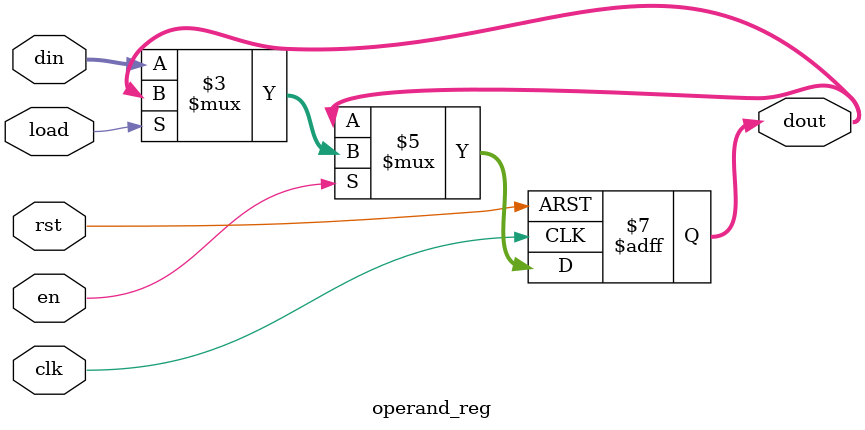
<source format=v>
module operand_reg
#(parameter bw=8)
(
	input rst,
	input clk,
	input en,
	input load,
	input wire[bw-1:0]din,
	output reg[bw-1:0]dout
);



always@(posedge clk or posedge rst)begin
	if(rst)
		dout<=0;
	else if(en) begin
		if(!load) dout<=din;
	end
end

endmodule
</source>
